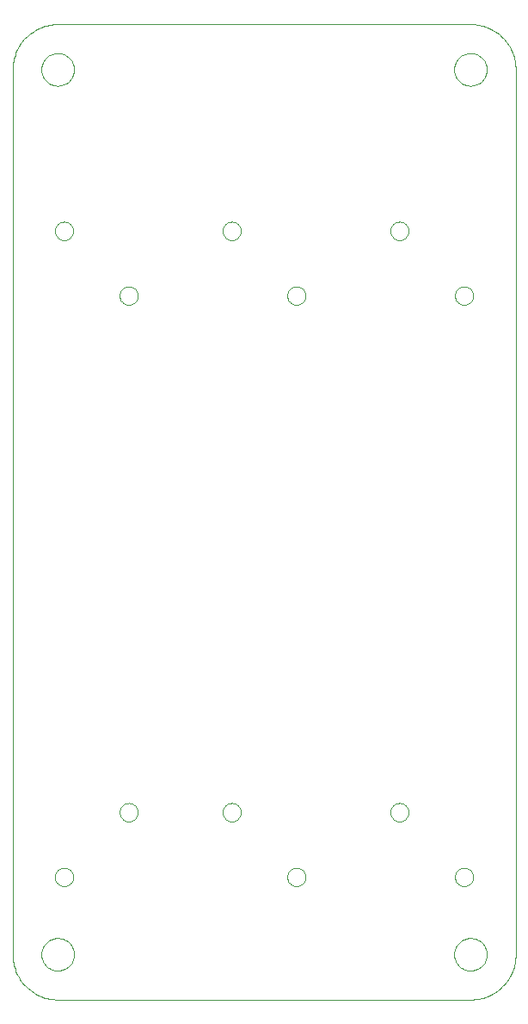
<source format=gbp>
G75*
G70*
%OFA0B0*%
%FSLAX24Y24*%
%IPPOS*%
%LPD*%
%AMOC8*
5,1,8,0,0,1.08239X$1,22.5*
%
%ADD10C,0.0000*%
D10*
X001004Y003635D02*
X001004Y037885D01*
X002124Y037885D02*
X002126Y037935D01*
X002132Y037985D01*
X002142Y038034D01*
X002156Y038082D01*
X002173Y038129D01*
X002194Y038174D01*
X002219Y038218D01*
X002247Y038259D01*
X002279Y038298D01*
X002313Y038335D01*
X002350Y038369D01*
X002390Y038399D01*
X002432Y038426D01*
X002476Y038450D01*
X002522Y038471D01*
X002569Y038487D01*
X002617Y038500D01*
X002667Y038509D01*
X002716Y038514D01*
X002767Y038515D01*
X002817Y038512D01*
X002866Y038505D01*
X002915Y038494D01*
X002963Y038479D01*
X003009Y038461D01*
X003054Y038439D01*
X003097Y038413D01*
X003138Y038384D01*
X003177Y038352D01*
X003213Y038317D01*
X003245Y038279D01*
X003275Y038239D01*
X003302Y038196D01*
X003325Y038152D01*
X003344Y038106D01*
X003360Y038058D01*
X003372Y038009D01*
X003380Y037960D01*
X003384Y037910D01*
X003384Y037860D01*
X003380Y037810D01*
X003372Y037761D01*
X003360Y037712D01*
X003344Y037664D01*
X003325Y037618D01*
X003302Y037574D01*
X003275Y037531D01*
X003245Y037491D01*
X003213Y037453D01*
X003177Y037418D01*
X003138Y037386D01*
X003097Y037357D01*
X003054Y037331D01*
X003009Y037309D01*
X002963Y037291D01*
X002915Y037276D01*
X002866Y037265D01*
X002817Y037258D01*
X002767Y037255D01*
X002716Y037256D01*
X002667Y037261D01*
X002617Y037270D01*
X002569Y037283D01*
X002522Y037299D01*
X002476Y037320D01*
X002432Y037344D01*
X002390Y037371D01*
X002350Y037401D01*
X002313Y037435D01*
X002279Y037472D01*
X002247Y037511D01*
X002219Y037552D01*
X002194Y037596D01*
X002173Y037641D01*
X002156Y037688D01*
X002142Y037736D01*
X002132Y037785D01*
X002126Y037835D01*
X002124Y037885D01*
X001004Y037885D02*
X001006Y037968D01*
X001012Y038051D01*
X001022Y038134D01*
X001036Y038216D01*
X001053Y038298D01*
X001075Y038378D01*
X001100Y038457D01*
X001129Y038535D01*
X001162Y038612D01*
X001199Y038687D01*
X001238Y038760D01*
X001282Y038831D01*
X001328Y038900D01*
X001378Y038967D01*
X001431Y039031D01*
X001487Y039093D01*
X001546Y039152D01*
X001608Y039208D01*
X001672Y039261D01*
X001739Y039311D01*
X001808Y039357D01*
X001879Y039401D01*
X001952Y039440D01*
X002027Y039477D01*
X002104Y039510D01*
X002182Y039539D01*
X002261Y039564D01*
X002341Y039586D01*
X002423Y039603D01*
X002505Y039617D01*
X002588Y039627D01*
X002671Y039633D01*
X002754Y039635D01*
X018754Y039635D01*
X018124Y037885D02*
X018126Y037935D01*
X018132Y037985D01*
X018142Y038034D01*
X018156Y038082D01*
X018173Y038129D01*
X018194Y038174D01*
X018219Y038218D01*
X018247Y038259D01*
X018279Y038298D01*
X018313Y038335D01*
X018350Y038369D01*
X018390Y038399D01*
X018432Y038426D01*
X018476Y038450D01*
X018522Y038471D01*
X018569Y038487D01*
X018617Y038500D01*
X018667Y038509D01*
X018716Y038514D01*
X018767Y038515D01*
X018817Y038512D01*
X018866Y038505D01*
X018915Y038494D01*
X018963Y038479D01*
X019009Y038461D01*
X019054Y038439D01*
X019097Y038413D01*
X019138Y038384D01*
X019177Y038352D01*
X019213Y038317D01*
X019245Y038279D01*
X019275Y038239D01*
X019302Y038196D01*
X019325Y038152D01*
X019344Y038106D01*
X019360Y038058D01*
X019372Y038009D01*
X019380Y037960D01*
X019384Y037910D01*
X019384Y037860D01*
X019380Y037810D01*
X019372Y037761D01*
X019360Y037712D01*
X019344Y037664D01*
X019325Y037618D01*
X019302Y037574D01*
X019275Y037531D01*
X019245Y037491D01*
X019213Y037453D01*
X019177Y037418D01*
X019138Y037386D01*
X019097Y037357D01*
X019054Y037331D01*
X019009Y037309D01*
X018963Y037291D01*
X018915Y037276D01*
X018866Y037265D01*
X018817Y037258D01*
X018767Y037255D01*
X018716Y037256D01*
X018667Y037261D01*
X018617Y037270D01*
X018569Y037283D01*
X018522Y037299D01*
X018476Y037320D01*
X018432Y037344D01*
X018390Y037371D01*
X018350Y037401D01*
X018313Y037435D01*
X018279Y037472D01*
X018247Y037511D01*
X018219Y037552D01*
X018194Y037596D01*
X018173Y037641D01*
X018156Y037688D01*
X018142Y037736D01*
X018132Y037785D01*
X018126Y037835D01*
X018124Y037885D01*
X018754Y039635D02*
X018837Y039633D01*
X018920Y039627D01*
X019003Y039617D01*
X019085Y039603D01*
X019167Y039586D01*
X019247Y039564D01*
X019326Y039539D01*
X019404Y039510D01*
X019481Y039477D01*
X019556Y039440D01*
X019629Y039401D01*
X019700Y039357D01*
X019769Y039311D01*
X019836Y039261D01*
X019900Y039208D01*
X019962Y039152D01*
X020021Y039093D01*
X020077Y039031D01*
X020130Y038967D01*
X020180Y038900D01*
X020226Y038831D01*
X020270Y038760D01*
X020309Y038687D01*
X020346Y038612D01*
X020379Y038535D01*
X020408Y038457D01*
X020433Y038378D01*
X020455Y038298D01*
X020472Y038216D01*
X020486Y038134D01*
X020496Y038051D01*
X020502Y037968D01*
X020504Y037885D01*
X020504Y003635D01*
X018124Y003635D02*
X018126Y003685D01*
X018132Y003735D01*
X018142Y003784D01*
X018156Y003832D01*
X018173Y003879D01*
X018194Y003924D01*
X018219Y003968D01*
X018247Y004009D01*
X018279Y004048D01*
X018313Y004085D01*
X018350Y004119D01*
X018390Y004149D01*
X018432Y004176D01*
X018476Y004200D01*
X018522Y004221D01*
X018569Y004237D01*
X018617Y004250D01*
X018667Y004259D01*
X018716Y004264D01*
X018767Y004265D01*
X018817Y004262D01*
X018866Y004255D01*
X018915Y004244D01*
X018963Y004229D01*
X019009Y004211D01*
X019054Y004189D01*
X019097Y004163D01*
X019138Y004134D01*
X019177Y004102D01*
X019213Y004067D01*
X019245Y004029D01*
X019275Y003989D01*
X019302Y003946D01*
X019325Y003902D01*
X019344Y003856D01*
X019360Y003808D01*
X019372Y003759D01*
X019380Y003710D01*
X019384Y003660D01*
X019384Y003610D01*
X019380Y003560D01*
X019372Y003511D01*
X019360Y003462D01*
X019344Y003414D01*
X019325Y003368D01*
X019302Y003324D01*
X019275Y003281D01*
X019245Y003241D01*
X019213Y003203D01*
X019177Y003168D01*
X019138Y003136D01*
X019097Y003107D01*
X019054Y003081D01*
X019009Y003059D01*
X018963Y003041D01*
X018915Y003026D01*
X018866Y003015D01*
X018817Y003008D01*
X018767Y003005D01*
X018716Y003006D01*
X018667Y003011D01*
X018617Y003020D01*
X018569Y003033D01*
X018522Y003049D01*
X018476Y003070D01*
X018432Y003094D01*
X018390Y003121D01*
X018350Y003151D01*
X018313Y003185D01*
X018279Y003222D01*
X018247Y003261D01*
X018219Y003302D01*
X018194Y003346D01*
X018173Y003391D01*
X018156Y003438D01*
X018142Y003486D01*
X018132Y003535D01*
X018126Y003585D01*
X018124Y003635D01*
X018754Y001885D02*
X018837Y001887D01*
X018920Y001893D01*
X019003Y001903D01*
X019085Y001917D01*
X019167Y001934D01*
X019247Y001956D01*
X019326Y001981D01*
X019404Y002010D01*
X019481Y002043D01*
X019556Y002080D01*
X019629Y002119D01*
X019700Y002163D01*
X019769Y002209D01*
X019836Y002259D01*
X019900Y002312D01*
X019962Y002368D01*
X020021Y002427D01*
X020077Y002489D01*
X020130Y002553D01*
X020180Y002620D01*
X020226Y002689D01*
X020270Y002760D01*
X020309Y002833D01*
X020346Y002908D01*
X020379Y002985D01*
X020408Y003063D01*
X020433Y003142D01*
X020455Y003222D01*
X020472Y003304D01*
X020486Y003386D01*
X020496Y003469D01*
X020502Y003552D01*
X020504Y003635D01*
X018754Y001885D02*
X002754Y001885D01*
X002124Y003635D02*
X002126Y003685D01*
X002132Y003735D01*
X002142Y003784D01*
X002156Y003832D01*
X002173Y003879D01*
X002194Y003924D01*
X002219Y003968D01*
X002247Y004009D01*
X002279Y004048D01*
X002313Y004085D01*
X002350Y004119D01*
X002390Y004149D01*
X002432Y004176D01*
X002476Y004200D01*
X002522Y004221D01*
X002569Y004237D01*
X002617Y004250D01*
X002667Y004259D01*
X002716Y004264D01*
X002767Y004265D01*
X002817Y004262D01*
X002866Y004255D01*
X002915Y004244D01*
X002963Y004229D01*
X003009Y004211D01*
X003054Y004189D01*
X003097Y004163D01*
X003138Y004134D01*
X003177Y004102D01*
X003213Y004067D01*
X003245Y004029D01*
X003275Y003989D01*
X003302Y003946D01*
X003325Y003902D01*
X003344Y003856D01*
X003360Y003808D01*
X003372Y003759D01*
X003380Y003710D01*
X003384Y003660D01*
X003384Y003610D01*
X003380Y003560D01*
X003372Y003511D01*
X003360Y003462D01*
X003344Y003414D01*
X003325Y003368D01*
X003302Y003324D01*
X003275Y003281D01*
X003245Y003241D01*
X003213Y003203D01*
X003177Y003168D01*
X003138Y003136D01*
X003097Y003107D01*
X003054Y003081D01*
X003009Y003059D01*
X002963Y003041D01*
X002915Y003026D01*
X002866Y003015D01*
X002817Y003008D01*
X002767Y003005D01*
X002716Y003006D01*
X002667Y003011D01*
X002617Y003020D01*
X002569Y003033D01*
X002522Y003049D01*
X002476Y003070D01*
X002432Y003094D01*
X002390Y003121D01*
X002350Y003151D01*
X002313Y003185D01*
X002279Y003222D01*
X002247Y003261D01*
X002219Y003302D01*
X002194Y003346D01*
X002173Y003391D01*
X002156Y003438D01*
X002142Y003486D01*
X002132Y003535D01*
X002126Y003585D01*
X002124Y003635D01*
X001004Y003635D02*
X001006Y003552D01*
X001012Y003469D01*
X001022Y003386D01*
X001036Y003304D01*
X001053Y003222D01*
X001075Y003142D01*
X001100Y003063D01*
X001129Y002985D01*
X001162Y002908D01*
X001199Y002833D01*
X001238Y002760D01*
X001282Y002689D01*
X001328Y002620D01*
X001378Y002553D01*
X001431Y002489D01*
X001487Y002427D01*
X001546Y002368D01*
X001608Y002312D01*
X001672Y002259D01*
X001739Y002209D01*
X001808Y002163D01*
X001879Y002119D01*
X001952Y002080D01*
X002027Y002043D01*
X002104Y002010D01*
X002182Y001981D01*
X002261Y001956D01*
X002341Y001934D01*
X002423Y001917D01*
X002505Y001903D01*
X002588Y001893D01*
X002671Y001887D01*
X002754Y001885D01*
X002647Y006633D02*
X002649Y006670D01*
X002655Y006707D01*
X002664Y006743D01*
X002678Y006777D01*
X002695Y006810D01*
X002715Y006842D01*
X002738Y006871D01*
X002764Y006897D01*
X002793Y006920D01*
X002824Y006940D01*
X002858Y006957D01*
X002892Y006971D01*
X002928Y006980D01*
X002965Y006986D01*
X003002Y006988D01*
X003039Y006986D01*
X003076Y006980D01*
X003112Y006971D01*
X003146Y006957D01*
X003179Y006940D01*
X003211Y006920D01*
X003240Y006897D01*
X003266Y006871D01*
X003289Y006842D01*
X003309Y006811D01*
X003326Y006777D01*
X003340Y006743D01*
X003349Y006707D01*
X003355Y006670D01*
X003357Y006633D01*
X003355Y006596D01*
X003349Y006559D01*
X003340Y006523D01*
X003326Y006489D01*
X003309Y006456D01*
X003289Y006424D01*
X003266Y006395D01*
X003240Y006369D01*
X003211Y006346D01*
X003180Y006326D01*
X003146Y006309D01*
X003112Y006295D01*
X003076Y006286D01*
X003039Y006280D01*
X003002Y006278D01*
X002965Y006280D01*
X002928Y006286D01*
X002892Y006295D01*
X002858Y006309D01*
X002825Y006326D01*
X002793Y006346D01*
X002764Y006369D01*
X002738Y006395D01*
X002715Y006424D01*
X002695Y006455D01*
X002678Y006489D01*
X002664Y006523D01*
X002655Y006559D01*
X002649Y006596D01*
X002647Y006633D01*
X005151Y009136D02*
X005153Y009173D01*
X005159Y009210D01*
X005168Y009246D01*
X005182Y009280D01*
X005199Y009313D01*
X005219Y009345D01*
X005242Y009374D01*
X005268Y009400D01*
X005297Y009423D01*
X005328Y009443D01*
X005362Y009460D01*
X005396Y009474D01*
X005432Y009483D01*
X005469Y009489D01*
X005506Y009491D01*
X005543Y009489D01*
X005580Y009483D01*
X005616Y009474D01*
X005650Y009460D01*
X005683Y009443D01*
X005715Y009423D01*
X005744Y009400D01*
X005770Y009374D01*
X005793Y009345D01*
X005813Y009314D01*
X005830Y009280D01*
X005844Y009246D01*
X005853Y009210D01*
X005859Y009173D01*
X005861Y009136D01*
X005859Y009099D01*
X005853Y009062D01*
X005844Y009026D01*
X005830Y008992D01*
X005813Y008959D01*
X005793Y008927D01*
X005770Y008898D01*
X005744Y008872D01*
X005715Y008849D01*
X005684Y008829D01*
X005650Y008812D01*
X005616Y008798D01*
X005580Y008789D01*
X005543Y008783D01*
X005506Y008781D01*
X005469Y008783D01*
X005432Y008789D01*
X005396Y008798D01*
X005362Y008812D01*
X005329Y008829D01*
X005297Y008849D01*
X005268Y008872D01*
X005242Y008898D01*
X005219Y008927D01*
X005199Y008958D01*
X005182Y008992D01*
X005168Y009026D01*
X005159Y009062D01*
X005153Y009099D01*
X005151Y009136D01*
X009147Y009136D02*
X009149Y009173D01*
X009155Y009210D01*
X009164Y009246D01*
X009178Y009280D01*
X009195Y009313D01*
X009215Y009345D01*
X009238Y009374D01*
X009264Y009400D01*
X009293Y009423D01*
X009324Y009443D01*
X009358Y009460D01*
X009392Y009474D01*
X009428Y009483D01*
X009465Y009489D01*
X009502Y009491D01*
X009539Y009489D01*
X009576Y009483D01*
X009612Y009474D01*
X009646Y009460D01*
X009679Y009443D01*
X009711Y009423D01*
X009740Y009400D01*
X009766Y009374D01*
X009789Y009345D01*
X009809Y009314D01*
X009826Y009280D01*
X009840Y009246D01*
X009849Y009210D01*
X009855Y009173D01*
X009857Y009136D01*
X009855Y009099D01*
X009849Y009062D01*
X009840Y009026D01*
X009826Y008992D01*
X009809Y008959D01*
X009789Y008927D01*
X009766Y008898D01*
X009740Y008872D01*
X009711Y008849D01*
X009680Y008829D01*
X009646Y008812D01*
X009612Y008798D01*
X009576Y008789D01*
X009539Y008783D01*
X009502Y008781D01*
X009465Y008783D01*
X009428Y008789D01*
X009392Y008798D01*
X009358Y008812D01*
X009325Y008829D01*
X009293Y008849D01*
X009264Y008872D01*
X009238Y008898D01*
X009215Y008927D01*
X009195Y008958D01*
X009178Y008992D01*
X009164Y009026D01*
X009155Y009062D01*
X009149Y009099D01*
X009147Y009136D01*
X011651Y006633D02*
X011653Y006670D01*
X011659Y006707D01*
X011668Y006743D01*
X011682Y006777D01*
X011699Y006810D01*
X011719Y006842D01*
X011742Y006871D01*
X011768Y006897D01*
X011797Y006920D01*
X011828Y006940D01*
X011862Y006957D01*
X011896Y006971D01*
X011932Y006980D01*
X011969Y006986D01*
X012006Y006988D01*
X012043Y006986D01*
X012080Y006980D01*
X012116Y006971D01*
X012150Y006957D01*
X012183Y006940D01*
X012215Y006920D01*
X012244Y006897D01*
X012270Y006871D01*
X012293Y006842D01*
X012313Y006811D01*
X012330Y006777D01*
X012344Y006743D01*
X012353Y006707D01*
X012359Y006670D01*
X012361Y006633D01*
X012359Y006596D01*
X012353Y006559D01*
X012344Y006523D01*
X012330Y006489D01*
X012313Y006456D01*
X012293Y006424D01*
X012270Y006395D01*
X012244Y006369D01*
X012215Y006346D01*
X012184Y006326D01*
X012150Y006309D01*
X012116Y006295D01*
X012080Y006286D01*
X012043Y006280D01*
X012006Y006278D01*
X011969Y006280D01*
X011932Y006286D01*
X011896Y006295D01*
X011862Y006309D01*
X011829Y006326D01*
X011797Y006346D01*
X011768Y006369D01*
X011742Y006395D01*
X011719Y006424D01*
X011699Y006455D01*
X011682Y006489D01*
X011668Y006523D01*
X011659Y006559D01*
X011653Y006596D01*
X011651Y006633D01*
X015647Y009136D02*
X015649Y009173D01*
X015655Y009210D01*
X015664Y009246D01*
X015678Y009280D01*
X015695Y009313D01*
X015715Y009345D01*
X015738Y009374D01*
X015764Y009400D01*
X015793Y009423D01*
X015824Y009443D01*
X015858Y009460D01*
X015892Y009474D01*
X015928Y009483D01*
X015965Y009489D01*
X016002Y009491D01*
X016039Y009489D01*
X016076Y009483D01*
X016112Y009474D01*
X016146Y009460D01*
X016179Y009443D01*
X016211Y009423D01*
X016240Y009400D01*
X016266Y009374D01*
X016289Y009345D01*
X016309Y009314D01*
X016326Y009280D01*
X016340Y009246D01*
X016349Y009210D01*
X016355Y009173D01*
X016357Y009136D01*
X016355Y009099D01*
X016349Y009062D01*
X016340Y009026D01*
X016326Y008992D01*
X016309Y008959D01*
X016289Y008927D01*
X016266Y008898D01*
X016240Y008872D01*
X016211Y008849D01*
X016180Y008829D01*
X016146Y008812D01*
X016112Y008798D01*
X016076Y008789D01*
X016039Y008783D01*
X016002Y008781D01*
X015965Y008783D01*
X015928Y008789D01*
X015892Y008798D01*
X015858Y008812D01*
X015825Y008829D01*
X015793Y008849D01*
X015764Y008872D01*
X015738Y008898D01*
X015715Y008927D01*
X015695Y008958D01*
X015678Y008992D01*
X015664Y009026D01*
X015655Y009062D01*
X015649Y009099D01*
X015647Y009136D01*
X018151Y006633D02*
X018153Y006670D01*
X018159Y006707D01*
X018168Y006743D01*
X018182Y006777D01*
X018199Y006810D01*
X018219Y006842D01*
X018242Y006871D01*
X018268Y006897D01*
X018297Y006920D01*
X018328Y006940D01*
X018362Y006957D01*
X018396Y006971D01*
X018432Y006980D01*
X018469Y006986D01*
X018506Y006988D01*
X018543Y006986D01*
X018580Y006980D01*
X018616Y006971D01*
X018650Y006957D01*
X018683Y006940D01*
X018715Y006920D01*
X018744Y006897D01*
X018770Y006871D01*
X018793Y006842D01*
X018813Y006811D01*
X018830Y006777D01*
X018844Y006743D01*
X018853Y006707D01*
X018859Y006670D01*
X018861Y006633D01*
X018859Y006596D01*
X018853Y006559D01*
X018844Y006523D01*
X018830Y006489D01*
X018813Y006456D01*
X018793Y006424D01*
X018770Y006395D01*
X018744Y006369D01*
X018715Y006346D01*
X018684Y006326D01*
X018650Y006309D01*
X018616Y006295D01*
X018580Y006286D01*
X018543Y006280D01*
X018506Y006278D01*
X018469Y006280D01*
X018432Y006286D01*
X018396Y006295D01*
X018362Y006309D01*
X018329Y006326D01*
X018297Y006346D01*
X018268Y006369D01*
X018242Y006395D01*
X018219Y006424D01*
X018199Y006455D01*
X018182Y006489D01*
X018168Y006523D01*
X018159Y006559D01*
X018153Y006596D01*
X018151Y006633D01*
X018151Y029133D02*
X018153Y029170D01*
X018159Y029207D01*
X018168Y029243D01*
X018182Y029277D01*
X018199Y029310D01*
X018219Y029342D01*
X018242Y029371D01*
X018268Y029397D01*
X018297Y029420D01*
X018328Y029440D01*
X018362Y029457D01*
X018396Y029471D01*
X018432Y029480D01*
X018469Y029486D01*
X018506Y029488D01*
X018543Y029486D01*
X018580Y029480D01*
X018616Y029471D01*
X018650Y029457D01*
X018683Y029440D01*
X018715Y029420D01*
X018744Y029397D01*
X018770Y029371D01*
X018793Y029342D01*
X018813Y029311D01*
X018830Y029277D01*
X018844Y029243D01*
X018853Y029207D01*
X018859Y029170D01*
X018861Y029133D01*
X018859Y029096D01*
X018853Y029059D01*
X018844Y029023D01*
X018830Y028989D01*
X018813Y028956D01*
X018793Y028924D01*
X018770Y028895D01*
X018744Y028869D01*
X018715Y028846D01*
X018684Y028826D01*
X018650Y028809D01*
X018616Y028795D01*
X018580Y028786D01*
X018543Y028780D01*
X018506Y028778D01*
X018469Y028780D01*
X018432Y028786D01*
X018396Y028795D01*
X018362Y028809D01*
X018329Y028826D01*
X018297Y028846D01*
X018268Y028869D01*
X018242Y028895D01*
X018219Y028924D01*
X018199Y028955D01*
X018182Y028989D01*
X018168Y029023D01*
X018159Y029059D01*
X018153Y029096D01*
X018151Y029133D01*
X015647Y031636D02*
X015649Y031673D01*
X015655Y031710D01*
X015664Y031746D01*
X015678Y031780D01*
X015695Y031813D01*
X015715Y031845D01*
X015738Y031874D01*
X015764Y031900D01*
X015793Y031923D01*
X015824Y031943D01*
X015858Y031960D01*
X015892Y031974D01*
X015928Y031983D01*
X015965Y031989D01*
X016002Y031991D01*
X016039Y031989D01*
X016076Y031983D01*
X016112Y031974D01*
X016146Y031960D01*
X016179Y031943D01*
X016211Y031923D01*
X016240Y031900D01*
X016266Y031874D01*
X016289Y031845D01*
X016309Y031814D01*
X016326Y031780D01*
X016340Y031746D01*
X016349Y031710D01*
X016355Y031673D01*
X016357Y031636D01*
X016355Y031599D01*
X016349Y031562D01*
X016340Y031526D01*
X016326Y031492D01*
X016309Y031459D01*
X016289Y031427D01*
X016266Y031398D01*
X016240Y031372D01*
X016211Y031349D01*
X016180Y031329D01*
X016146Y031312D01*
X016112Y031298D01*
X016076Y031289D01*
X016039Y031283D01*
X016002Y031281D01*
X015965Y031283D01*
X015928Y031289D01*
X015892Y031298D01*
X015858Y031312D01*
X015825Y031329D01*
X015793Y031349D01*
X015764Y031372D01*
X015738Y031398D01*
X015715Y031427D01*
X015695Y031458D01*
X015678Y031492D01*
X015664Y031526D01*
X015655Y031562D01*
X015649Y031599D01*
X015647Y031636D01*
X011651Y029133D02*
X011653Y029170D01*
X011659Y029207D01*
X011668Y029243D01*
X011682Y029277D01*
X011699Y029310D01*
X011719Y029342D01*
X011742Y029371D01*
X011768Y029397D01*
X011797Y029420D01*
X011828Y029440D01*
X011862Y029457D01*
X011896Y029471D01*
X011932Y029480D01*
X011969Y029486D01*
X012006Y029488D01*
X012043Y029486D01*
X012080Y029480D01*
X012116Y029471D01*
X012150Y029457D01*
X012183Y029440D01*
X012215Y029420D01*
X012244Y029397D01*
X012270Y029371D01*
X012293Y029342D01*
X012313Y029311D01*
X012330Y029277D01*
X012344Y029243D01*
X012353Y029207D01*
X012359Y029170D01*
X012361Y029133D01*
X012359Y029096D01*
X012353Y029059D01*
X012344Y029023D01*
X012330Y028989D01*
X012313Y028956D01*
X012293Y028924D01*
X012270Y028895D01*
X012244Y028869D01*
X012215Y028846D01*
X012184Y028826D01*
X012150Y028809D01*
X012116Y028795D01*
X012080Y028786D01*
X012043Y028780D01*
X012006Y028778D01*
X011969Y028780D01*
X011932Y028786D01*
X011896Y028795D01*
X011862Y028809D01*
X011829Y028826D01*
X011797Y028846D01*
X011768Y028869D01*
X011742Y028895D01*
X011719Y028924D01*
X011699Y028955D01*
X011682Y028989D01*
X011668Y029023D01*
X011659Y029059D01*
X011653Y029096D01*
X011651Y029133D01*
X009147Y031636D02*
X009149Y031673D01*
X009155Y031710D01*
X009164Y031746D01*
X009178Y031780D01*
X009195Y031813D01*
X009215Y031845D01*
X009238Y031874D01*
X009264Y031900D01*
X009293Y031923D01*
X009324Y031943D01*
X009358Y031960D01*
X009392Y031974D01*
X009428Y031983D01*
X009465Y031989D01*
X009502Y031991D01*
X009539Y031989D01*
X009576Y031983D01*
X009612Y031974D01*
X009646Y031960D01*
X009679Y031943D01*
X009711Y031923D01*
X009740Y031900D01*
X009766Y031874D01*
X009789Y031845D01*
X009809Y031814D01*
X009826Y031780D01*
X009840Y031746D01*
X009849Y031710D01*
X009855Y031673D01*
X009857Y031636D01*
X009855Y031599D01*
X009849Y031562D01*
X009840Y031526D01*
X009826Y031492D01*
X009809Y031459D01*
X009789Y031427D01*
X009766Y031398D01*
X009740Y031372D01*
X009711Y031349D01*
X009680Y031329D01*
X009646Y031312D01*
X009612Y031298D01*
X009576Y031289D01*
X009539Y031283D01*
X009502Y031281D01*
X009465Y031283D01*
X009428Y031289D01*
X009392Y031298D01*
X009358Y031312D01*
X009325Y031329D01*
X009293Y031349D01*
X009264Y031372D01*
X009238Y031398D01*
X009215Y031427D01*
X009195Y031458D01*
X009178Y031492D01*
X009164Y031526D01*
X009155Y031562D01*
X009149Y031599D01*
X009147Y031636D01*
X005151Y029133D02*
X005153Y029170D01*
X005159Y029207D01*
X005168Y029243D01*
X005182Y029277D01*
X005199Y029310D01*
X005219Y029342D01*
X005242Y029371D01*
X005268Y029397D01*
X005297Y029420D01*
X005328Y029440D01*
X005362Y029457D01*
X005396Y029471D01*
X005432Y029480D01*
X005469Y029486D01*
X005506Y029488D01*
X005543Y029486D01*
X005580Y029480D01*
X005616Y029471D01*
X005650Y029457D01*
X005683Y029440D01*
X005715Y029420D01*
X005744Y029397D01*
X005770Y029371D01*
X005793Y029342D01*
X005813Y029311D01*
X005830Y029277D01*
X005844Y029243D01*
X005853Y029207D01*
X005859Y029170D01*
X005861Y029133D01*
X005859Y029096D01*
X005853Y029059D01*
X005844Y029023D01*
X005830Y028989D01*
X005813Y028956D01*
X005793Y028924D01*
X005770Y028895D01*
X005744Y028869D01*
X005715Y028846D01*
X005684Y028826D01*
X005650Y028809D01*
X005616Y028795D01*
X005580Y028786D01*
X005543Y028780D01*
X005506Y028778D01*
X005469Y028780D01*
X005432Y028786D01*
X005396Y028795D01*
X005362Y028809D01*
X005329Y028826D01*
X005297Y028846D01*
X005268Y028869D01*
X005242Y028895D01*
X005219Y028924D01*
X005199Y028955D01*
X005182Y028989D01*
X005168Y029023D01*
X005159Y029059D01*
X005153Y029096D01*
X005151Y029133D01*
X002647Y031636D02*
X002649Y031673D01*
X002655Y031710D01*
X002664Y031746D01*
X002678Y031780D01*
X002695Y031813D01*
X002715Y031845D01*
X002738Y031874D01*
X002764Y031900D01*
X002793Y031923D01*
X002824Y031943D01*
X002858Y031960D01*
X002892Y031974D01*
X002928Y031983D01*
X002965Y031989D01*
X003002Y031991D01*
X003039Y031989D01*
X003076Y031983D01*
X003112Y031974D01*
X003146Y031960D01*
X003179Y031943D01*
X003211Y031923D01*
X003240Y031900D01*
X003266Y031874D01*
X003289Y031845D01*
X003309Y031814D01*
X003326Y031780D01*
X003340Y031746D01*
X003349Y031710D01*
X003355Y031673D01*
X003357Y031636D01*
X003355Y031599D01*
X003349Y031562D01*
X003340Y031526D01*
X003326Y031492D01*
X003309Y031459D01*
X003289Y031427D01*
X003266Y031398D01*
X003240Y031372D01*
X003211Y031349D01*
X003180Y031329D01*
X003146Y031312D01*
X003112Y031298D01*
X003076Y031289D01*
X003039Y031283D01*
X003002Y031281D01*
X002965Y031283D01*
X002928Y031289D01*
X002892Y031298D01*
X002858Y031312D01*
X002825Y031329D01*
X002793Y031349D01*
X002764Y031372D01*
X002738Y031398D01*
X002715Y031427D01*
X002695Y031458D01*
X002678Y031492D01*
X002664Y031526D01*
X002655Y031562D01*
X002649Y031599D01*
X002647Y031636D01*
M02*

</source>
